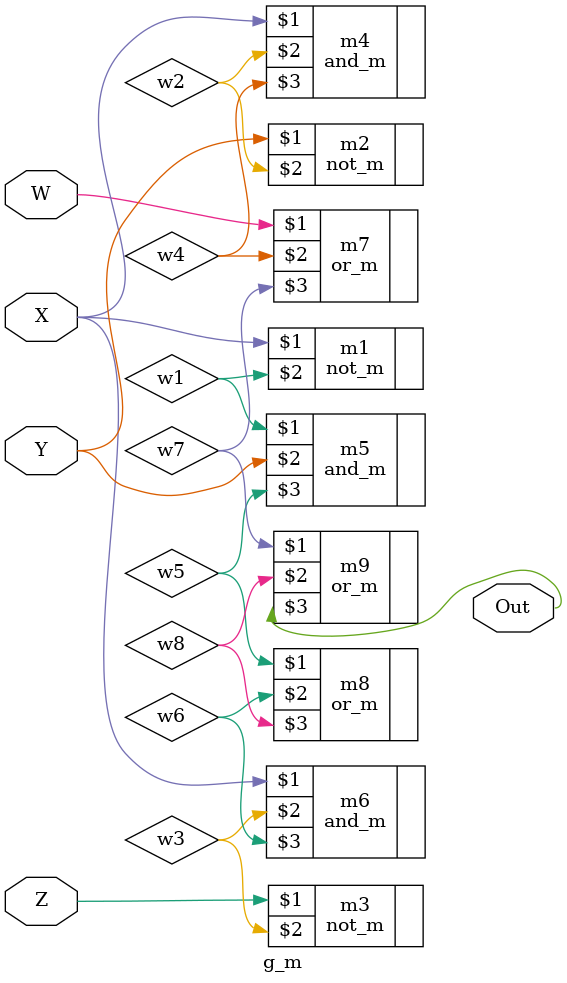
<source format=v>
module g_m(W,X,Y,Z,Out);

input W,X,Y,Z;
output Out;

wire w1,w2,w3,w4,w5,w6,w7,w8;

not_m m1(X,w1);
not_m m2(Y,w2);
not_m m3(Z,w3);
and_m m4(X,w2,w4);
and_m m5(w1,Y,w5);
and_m m6(X,w3,w6);

or_m m7(W,w4,w7); or_m m8(w5,w6,w8);
or_m m9(w7,w8,Out);

endmodule

</source>
